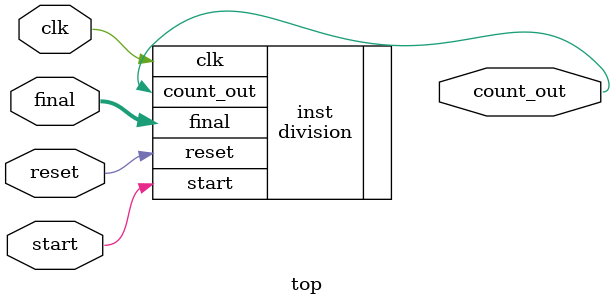
<source format=v>
`timescale 1ns / 1ps


module top(
    clk,
  reset,
  start,
  final,
  count_out);
  
  input wire clk;
  input wire reset;
  input wire [0 : 0] start;
  input wire [9 : 0] final;
  output wire [0 : 0] count_out;
  
  division inst(
      .clk(clk),
      .reset(reset),
      .start(start),
      .final(final),
      .count_out(count_out)
    );

endmodule
</source>
